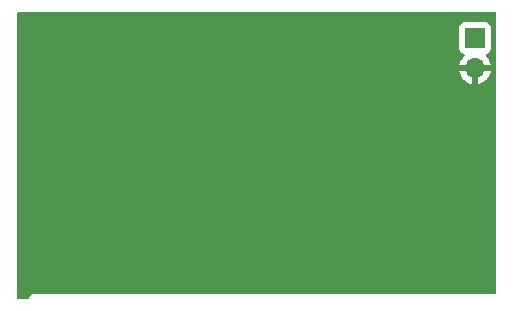
<source format=gbr>
%TF.GenerationSoftware,KiCad,Pcbnew,(6.0.2)*%
%TF.CreationDate,2022-03-09T20:11:30-08:00*%
%TF.ProjectId,IFLFU-test-all,49464c46-552d-4746-9573-742d616c6c2e,rev?*%
%TF.SameCoordinates,Original*%
%TF.FileFunction,Copper,L2,Bot*%
%TF.FilePolarity,Positive*%
%FSLAX46Y46*%
G04 Gerber Fmt 4.6, Leading zero omitted, Abs format (unit mm)*
G04 Created by KiCad (PCBNEW (6.0.2)) date 2022-03-09 20:11:30*
%MOMM*%
%LPD*%
G01*
G04 APERTURE LIST*
%TA.AperFunction,ComponentPad*%
%ADD10R,1.700000X1.700000*%
%TD*%
%TA.AperFunction,ComponentPad*%
%ADD11O,1.700000X1.700000*%
%TD*%
%TA.AperFunction,ViaPad*%
%ADD12C,0.800000*%
%TD*%
G04 APERTURE END LIST*
D10*
%TO.P,J1,1,Pin_1*%
%TO.N,VCC*%
X59300000Y-22725000D03*
D11*
%TO.P,J1,2,Pin_2*%
%TO.N,GND*%
X59300000Y-25265000D03*
%TD*%
D12*
%TO.N,GND*%
X48987500Y-40187500D03*
X49000000Y-33900000D03*
X45087500Y-40187500D03*
X45100000Y-33900000D03*
X41387500Y-40187500D03*
X41400000Y-33900000D03*
X37587500Y-40187500D03*
X37600000Y-33900000D03*
X33687500Y-40187500D03*
X33700000Y-33900000D03*
X29887500Y-40187500D03*
X29900000Y-33900000D03*
X26087500Y-40187500D03*
X26100000Y-33900000D03*
X29287500Y-30087500D03*
X29300000Y-23800000D03*
X33987500Y-30187500D03*
X34000000Y-23900000D03*
X37887500Y-30087500D03*
X37900000Y-23800000D03*
X41487500Y-30087500D03*
X41500000Y-23800000D03*
X45900000Y-30100000D03*
X45912500Y-23812500D03*
%TD*%
%TA.AperFunction,Conductor*%
%TO.N,GND*%
G36*
X61034121Y-20528002D02*
G01*
X61080614Y-20581658D01*
X61092000Y-20634000D01*
X61092000Y-44266000D01*
X61071998Y-44334121D01*
X61018342Y-44380614D01*
X60966000Y-44392000D01*
X22008702Y-44392000D01*
X22007932Y-44391998D01*
X22007078Y-44391993D01*
X21930348Y-44391524D01*
X21921719Y-44393990D01*
X21921714Y-44393991D01*
X21901952Y-44399639D01*
X21885191Y-44403217D01*
X21864848Y-44406130D01*
X21864838Y-44406133D01*
X21855955Y-44407405D01*
X21832605Y-44418021D01*
X21815093Y-44424464D01*
X21802200Y-44428149D01*
X21790435Y-44431512D01*
X21765452Y-44447274D01*
X21750386Y-44455404D01*
X21723490Y-44467633D01*
X21704061Y-44484374D01*
X21689053Y-44495479D01*
X21667369Y-44509160D01*
X21661427Y-44515888D01*
X21647819Y-44531296D01*
X21635627Y-44543340D01*
X21613253Y-44562619D01*
X21608374Y-44570147D01*
X21608371Y-44570150D01*
X21599304Y-44584139D01*
X21588014Y-44599013D01*
X21571044Y-44618228D01*
X21558490Y-44644966D01*
X21550176Y-44659935D01*
X21534107Y-44684727D01*
X21531535Y-44693327D01*
X21526761Y-44709290D01*
X21520097Y-44726740D01*
X21518131Y-44730927D01*
X21471072Y-44784088D01*
X21403775Y-44803374D01*
X20633697Y-44801523D01*
X20565625Y-44781357D01*
X20519261Y-44727590D01*
X20508000Y-44675523D01*
X20508000Y-25532966D01*
X57968257Y-25532966D01*
X57998565Y-25667446D01*
X58001645Y-25677275D01*
X58081770Y-25874603D01*
X58086413Y-25883794D01*
X58197694Y-26065388D01*
X58203777Y-26073699D01*
X58343213Y-26234667D01*
X58350580Y-26241883D01*
X58514434Y-26377916D01*
X58522881Y-26383831D01*
X58706756Y-26491279D01*
X58716042Y-26495729D01*
X58915001Y-26571703D01*
X58924899Y-26574579D01*
X59028250Y-26595606D01*
X59042299Y-26594410D01*
X59046000Y-26584065D01*
X59046000Y-26583517D01*
X59554000Y-26583517D01*
X59558064Y-26597359D01*
X59571478Y-26599393D01*
X59578184Y-26598534D01*
X59588262Y-26596392D01*
X59792255Y-26535191D01*
X59801842Y-26531433D01*
X59993095Y-26437739D01*
X60001945Y-26432464D01*
X60175328Y-26308792D01*
X60183200Y-26302139D01*
X60334052Y-26151812D01*
X60340730Y-26143965D01*
X60465003Y-25971020D01*
X60470313Y-25962183D01*
X60564670Y-25771267D01*
X60568469Y-25761672D01*
X60630377Y-25557910D01*
X60632555Y-25547837D01*
X60633986Y-25536962D01*
X60631775Y-25522778D01*
X60618617Y-25519000D01*
X59572115Y-25519000D01*
X59556876Y-25523475D01*
X59555671Y-25524865D01*
X59554000Y-25532548D01*
X59554000Y-26583517D01*
X59046000Y-26583517D01*
X59046000Y-25537115D01*
X59041525Y-25521876D01*
X59040135Y-25520671D01*
X59032452Y-25519000D01*
X57983225Y-25519000D01*
X57969694Y-25522973D01*
X57968257Y-25532966D01*
X20508000Y-25532966D01*
X20508000Y-23623134D01*
X57941500Y-23623134D01*
X57948255Y-23685316D01*
X57999385Y-23821705D01*
X58086739Y-23938261D01*
X58203295Y-24025615D01*
X58211704Y-24028767D01*
X58211705Y-24028768D01*
X58320960Y-24069726D01*
X58377725Y-24112367D01*
X58402425Y-24178929D01*
X58387218Y-24248278D01*
X58367825Y-24274759D01*
X58244590Y-24403717D01*
X58238104Y-24411727D01*
X58118098Y-24587649D01*
X58113000Y-24596623D01*
X58023338Y-24789783D01*
X58019775Y-24799470D01*
X57964389Y-24999183D01*
X57965912Y-25007607D01*
X57978292Y-25011000D01*
X60618344Y-25011000D01*
X60631875Y-25007027D01*
X60633180Y-24997947D01*
X60591214Y-24830875D01*
X60587894Y-24821124D01*
X60502972Y-24625814D01*
X60498105Y-24616739D01*
X60382426Y-24437926D01*
X60376136Y-24429757D01*
X60232293Y-24271677D01*
X60201241Y-24207831D01*
X60209635Y-24137333D01*
X60254812Y-24082564D01*
X60281256Y-24068895D01*
X60388297Y-24028767D01*
X60396705Y-24025615D01*
X60513261Y-23938261D01*
X60600615Y-23821705D01*
X60651745Y-23685316D01*
X60658500Y-23623134D01*
X60658500Y-21826866D01*
X60651745Y-21764684D01*
X60600615Y-21628295D01*
X60513261Y-21511739D01*
X60396705Y-21424385D01*
X60260316Y-21373255D01*
X60198134Y-21366500D01*
X58401866Y-21366500D01*
X58339684Y-21373255D01*
X58203295Y-21424385D01*
X58086739Y-21511739D01*
X57999385Y-21628295D01*
X57948255Y-21764684D01*
X57941500Y-21826866D01*
X57941500Y-23623134D01*
X20508000Y-23623134D01*
X20508000Y-20634000D01*
X20528002Y-20565879D01*
X20581658Y-20519386D01*
X20634000Y-20508000D01*
X60966000Y-20508000D01*
X61034121Y-20528002D01*
G37*
%TD.AperFunction*%
%TD*%
M02*

</source>
